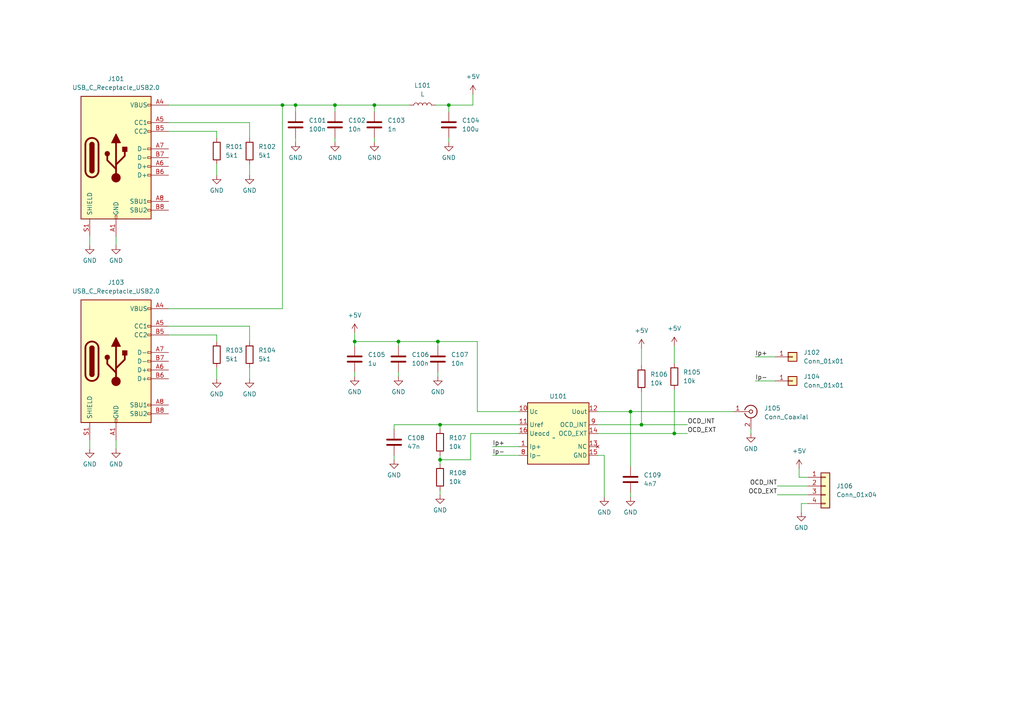
<source format=kicad_sch>
(kicad_sch (version 20230121) (generator eeschema)
  (paper "A4")
  (lib_symbols
    (symbol "Connector:Conn_Coaxial" (pin_names (offset 1.016) hide)
      (property "Reference" "J" (at 0.254 3.048 0))
      (property "Value" "Conn_Coaxial" (at 2.921 0 90))
      (symbol "Conn_Coaxial_0_1"
        (arc (start -1.778 -0.508) (mid 0.2311 -1.8066) (end 1.778 0) (stroke (width 0.254)))
        (polyline (pts (xy -2.54 0) (xy -0.508 0)))
        (polyline (pts (xy 0 -2.54) (xy 0 -1.778)))
        (circle (center 0 0) (radius 0.508) (stroke (width 0.2032)))
        (arc (start 1.778 0) (mid 0.2099 1.8101) (end -1.778 0.508) (stroke (width 0.254)))
      )
      (symbol "Conn_Coaxial_1_1"
        (pin passive line (at -5.08 0 0) (length 2.54) (name "In") (number "1"))
        (pin passive line (at 0 -5.08 90) (length 2.54) (name "Ext") (number "2"))
      )
    )
    (symbol "Connector:USB_C_Receptacle_USB2.0" (pin_names (offset 1.016))
      (property "Reference" "J" (at -10.16 19.05 0))
      (property "Value" "USB_C_Receptacle_USB2.0" (at 19.05 19.05 0))
      (symbol "USB_C_Receptacle_USB2.0_0_0"
        (rectangle (start -0.254 -17.78) (end 0.254 -16.764))
        (rectangle (start 10.16 -14.986) (end 9.144 -15.494))
        (rectangle (start 10.16 -12.446) (end 9.144 -12.954))
        (rectangle (start 10.16 -4.826) (end 9.144 -5.334))
        (rectangle (start 10.16 -2.286) (end 9.144 -2.794))
        (rectangle (start 10.16 0.254) (end 9.144 -0.254))
        (rectangle (start 10.16 2.794) (end 9.144 2.286))
        (rectangle (start 10.16 7.874) (end 9.144 7.366))
        (rectangle (start 10.16 10.414) (end 9.144 9.906))
        (rectangle (start 10.16 15.494) (end 9.144 14.986))
      )
      (symbol "USB_C_Receptacle_USB2.0_0_1"
        (rectangle (start -10.16 17.78) (end 10.16 -17.78) (stroke (width 0.254)) (fill (type background)))
        (arc (start -8.89 -3.81) (mid -6.985 -5.7067) (end -5.08 -3.81) (stroke (width 0.508)))
        (arc (start -7.62 -3.81) (mid -6.985 -4.4423) (end -6.35 -3.81) (stroke (width 0.254)))
        (arc (start -7.62 -3.81) (mid -6.985 -4.4423) (end -6.35 -3.81) (stroke (width 0.254)) (fill (type outline)))
        (rectangle (start -7.62 -3.81) (end -6.35 3.81) (stroke (width 0.254)) (fill (type outline)))
        (arc (start -6.35 3.81) (mid -6.985 4.4423) (end -7.62 3.81) (stroke (width 0.254)))
        (arc (start -6.35 3.81) (mid -6.985 4.4423) (end -7.62 3.81) (stroke (width 0.254)) (fill (type outline)))
        (arc (start -5.08 3.81) (mid -6.985 5.7067) (end -8.89 3.81) (stroke (width 0.508)))
        (circle (center -2.54 1.143) (radius 0.635) (stroke (width 0.254)) (fill (type outline)))
        (circle (center 0 -5.842) (radius 1.27) (fill (type outline)))
        (polyline (pts (xy -8.89 -3.81) (xy -8.89 3.81)) (stroke (width 0.508)))
        (polyline (pts (xy -5.08 3.81) (xy -5.08 -3.81)) (stroke (width 0.508)))
        (polyline (pts (xy 0 -5.842) (xy 0 4.318)) (stroke (width 0.508)))
        (polyline (pts (xy 0 -3.302) (xy -2.54 -0.762) (xy -2.54 0.508)) (stroke (width 0.508)))
        (polyline (pts (xy 0 -2.032) (xy 2.54 0.508) (xy 2.54 1.778)) (stroke (width 0.508)))
        (polyline (pts (xy -1.27 4.318) (xy 0 6.858) (xy 1.27 4.318) (xy -1.27 4.318)) (stroke (width 0.254)) (fill (type outline)))
        (rectangle (start 1.905 1.778) (end 3.175 3.048) (stroke (width 0.254)) (fill (type outline)))
      )
      (symbol "USB_C_Receptacle_USB2.0_1_1"
        (pin passive line (at 0 -22.86 90) (length 5.08) (name "GND") (number "A1"))
        (pin passive line (at 0 -22.86 90) (length 5.08) hide (name "GND") (number "A12"))
        (pin passive line (at 15.24 15.24 180) (length 5.08) (name "VBUS") (number "A4"))
        (pin bidirectional line (at 15.24 10.16 180) (length 5.08) (name "CC1") (number "A5"))
        (pin bidirectional line (at 15.24 -2.54 180) (length 5.08) (name "D+") (number "A6"))
        (pin bidirectional line (at 15.24 2.54 180) (length 5.08) (name "D-") (number "A7"))
        (pin bidirectional line (at 15.24 -12.7 180) (length 5.08) (name "SBU1") (number "A8"))
        (pin passive line (at 15.24 15.24 180) (length 5.08) hide (name "VBUS") (number "A9"))
        (pin passive line (at 0 -22.86 90) (length 5.08) hide (name "GND") (number "B1"))
        (pin passive line (at 0 -22.86 90) (length 5.08) hide (name "GND") (number "B12"))
        (pin passive line (at 15.24 15.24 180) (length 5.08) hide (name "VBUS") (number "B4"))
        (pin bidirectional line (at 15.24 7.62 180) (length 5.08) (name "CC2") (number "B5"))
        (pin bidirectional line (at 15.24 -5.08 180) (length 5.08) (name "D+") (number "B6"))
        (pin bidirectional line (at 15.24 0 180) (length 5.08) (name "D-") (number "B7"))
        (pin bidirectional line (at 15.24 -15.24 180) (length 5.08) (name "SBU2") (number "B8"))
        (pin passive line (at 15.24 15.24 180) (length 5.08) hide (name "VBUS") (number "B9"))
        (pin passive line (at -7.62 -22.86 90) (length 5.08) (name "SHIELD") (number "S1"))
      )
    )
    (symbol "Connector_Generic:Conn_01x01" (pin_names (offset 1.016) hide)
      (property "Reference" "J" (at 0 2.54 0))
      (property "Value" "Conn_01x01" (at 0 -2.54 0))
      (symbol "Conn_01x01_1_1"
        (rectangle (start -1.27 0.127) (end 0 -0.127) (stroke (width 0.1524)))
        (rectangle (start -1.27 1.27) (end 1.27 -1.27) (stroke (width 0.254)) (fill (type background)))
        (pin passive line (at -5.08 0 0) (length 3.81) (name "Pin_1") (number "1"))
      )
    )
    (symbol "Connector_Generic:Conn_01x04" (pin_names (offset 1.016) hide)
      (property "Reference" "J" (at 0 5.08 0))
      (property "Value" "Conn_01x04" (at 0 -7.62 0))
      (symbol "Conn_01x04_1_1"
        (rectangle (start -1.27 -4.953) (end 0 -5.207) (stroke (width 0.1524)))
        (rectangle (start -1.27 -2.413) (end 0 -2.667) (stroke (width 0.1524)))
        (rectangle (start -1.27 0.127) (end 0 -0.127) (stroke (width 0.1524)))
        (rectangle (start -1.27 2.667) (end 0 2.413) (stroke (width 0.1524)))
        (rectangle (start -1.27 3.81) (end 1.27 -6.35) (stroke (width 0.254)) (fill (type background)))
        (pin passive line (at -5.08 2.54 0) (length 3.81) (name "Pin_1") (number "1"))
        (pin passive line (at -5.08 0 0) (length 3.81) (name "Pin_2") (number "2"))
        (pin passive line (at -5.08 -2.54 0) (length 3.81) (name "Pin_3") (number "3"))
        (pin passive line (at -5.08 -5.08 0) (length 3.81) (name "Pin_4") (number "4"))
      )
    )
    (symbol "CurrentSens:LEM_HMSR"
      (property "Reference" "U" (at -7.62 10.16 0))
      (symbol "LEM_HMSR_0_1"
        (rectangle (start -8.89 8.89) (end 8.89 -8.89) (stroke (width 0.254)) (fill (type background)))
      )
      (symbol "LEM_HMSR_1_1"
        (pin power_in line (at -11.43 -3.81 0) (length 2.54) (name "Ip+") (number "1"))
        (pin output line (at -11.43 6.35 0) (length 2.54) (name "Uc") (number "10"))
        (pin output line (at -11.43 2.54 0) (length 2.54) (name "Uref") (number "11"))
        (pin output line (at 11.43 6.35 180) (length 2.54) (name "Uout") (number "12"))
        (pin no_connect line (at 11.43 -3.81 180) (length 2.54) (name "NC") (number "13"))
        (pin output line (at 11.43 0 180) (length 2.54) (name "OCD_EXT") (number "14"))
        (pin power_in line (at 11.43 -6.35 180) (length 2.54) (name "GND") (number "15"))
        (pin input line (at -11.43 0 0) (length 2.54) (name "Ueocd") (number "16"))
        (pin power_out line (at -11.43 -6.35 0) (length 2.54) (name "Ip-") (number "8"))
        (pin output line (at 11.43 2.54 180) (length 2.54) (name "OCD_INT") (number "9"))
      )
    )
    (symbol "Device:C" (pin_numbers hide) (pin_names (offset 0.254))
      (property "Reference" "C" (at 0.635 2.54 0))
      (property "Value" "C" (at 0.635 -2.54 0))
      (symbol "C_0_1"
        (polyline (pts (xy -2.032 -0.762) (xy 2.032 -0.762)) (stroke (width 0.508)))
        (polyline (pts (xy -2.032 0.762) (xy 2.032 0.762)) (stroke (width 0.508)))
      )
      (symbol "C_1_1"
        (pin passive line (at 0 3.81 270) (length 2.794) (name "~") (number "1"))
        (pin passive line (at 0 -3.81 90) (length 2.794) (name "~") (number "2"))
      )
    )
    (symbol "Device:L" (pin_numbers hide) (pin_names (offset 1.016) hide)
      (property "Reference" "L" (at -1.27 0 90))
      (property "Value" "L" (at 1.905 0 90))
      (symbol "L_0_1"
        (arc (start 0 -2.54) (mid 0.6323 -1.905) (end 0 -1.27))
        (arc (start 0 -1.27) (mid 0.6323 -0.635) (end 0 0))
        (arc (start 0 0) (mid 0.6323 0.635) (end 0 1.27))
        (arc (start 0 1.27) (mid 0.6323 1.905) (end 0 2.54))
      )
      (symbol "L_1_1"
        (pin passive line (at 0 3.81 270) (length 1.27) (name "1") (number "1"))
        (pin passive line (at 0 -3.81 90) (length 1.27) (name "2") (number "2"))
      )
    )
    (symbol "Device:R" (pin_numbers hide) (pin_names (offset 0))
      (property "Reference" "R" (at 2.032 0 90))
      (property "Value" "R" (at 0 0 90))
      (symbol "R_0_1"
        (rectangle (start -1.016 -2.54) (end 1.016 2.54) (stroke (width 0.254)))
      )
      (symbol "R_1_1"
        (pin passive line (at 0 3.81 270) (length 1.27) (name "~") (number "1"))
        (pin passive line (at 0 -3.81 90) (length 1.27) (name "~") (number "2"))
      )
    )
    (symbol "power:+5V" (power) (pin_names (offset 0))
      (property "Value" "+5V" (at 0 3.556 0))
      (symbol "+5V_0_1"
        (polyline (pts (xy -0.762 1.27) (xy 0 2.54)))
        (polyline (pts (xy 0 0) (xy 0 2.54)))
        (polyline (pts (xy 0 2.54) (xy 0.762 1.27)))
      )
      (symbol "+5V_1_1"
        (pin power_in line (at 0 0 90) (length 0) hide (name "+5V") (number "1"))
      )
    )
    (symbol "power:GND" (power) (pin_names (offset 0))
      (property "Value" "GND" (at 0 -3.81 0))
      (symbol "GND_0_1"
        (polyline (pts (xy 0 0) (xy 0 -1.27) (xy 1.27 -1.27) (xy 0 -2.54) (xy -1.27 -1.27) (xy 0 -1.27)))
      )
      (symbol "GND_1_1"
        (pin power_in line (at 0 0 270) (length 0) hide (name "GND") (number "1"))
      )
    )
  )
  (junction (at 182.88 119.38))
  (junction (at 115.57 99.06))
  (junction (at 195.58 125.73))
  (junction (at 102.87 99.06))
  (junction (at 127 99.06))
  (junction (at 81.915 30.48))
  (junction (at 130.175 30.48))
  (junction (at 108.585 30.48))
  (junction (at 186.055 123.19))
  (junction (at 127.635 133.35))
  (junction (at 127.635 123.19))
  (junction (at 97.155 30.48))
  (junction (at 85.725 30.48))
  (wire (pts (xy 48.895 30.48) (xy 81.915 30.48)))
  (wire (pts (xy 97.155 40.005) (xy 97.155 41.275)))
  (wire (pts (xy 48.895 94.615) (xy 72.39 94.615)))
  (wire (pts (xy 48.895 38.1) (xy 62.865 38.1)))
  (wire (pts (xy 33.655 68.58) (xy 33.655 71.12)))
  (wire (pts (xy 182.88 135.255) (xy 182.88 119.38)))
  (wire (pts (xy 97.155 30.48) (xy 108.585 30.48)))
  (wire (pts (xy 186.055 100.965) (xy 186.055 106.045)))
  (wire (pts (xy 126.365 30.48) (xy 130.175 30.48)))
  (wire (pts (xy 127.635 133.35) (xy 127.635 132.08)))
  (wire (pts (xy 102.87 99.06) (xy 115.57 99.06)))
  (wire (pts (xy 173.355 132.08) (xy 175.26 132.08)))
  (wire (pts (xy 108.585 40.005) (xy 108.585 41.275)))
  (wire (pts (xy 138.43 119.38) (xy 150.495 119.38)))
  (wire (pts (xy 130.175 30.48) (xy 130.175 32.385)))
  (wire (pts (xy 225.425 140.97) (xy 234.315 140.97)))
  (wire (pts (xy 108.585 30.48) (xy 118.745 30.48)))
  (wire (pts (xy 62.865 38.1) (xy 62.865 40.005)))
  (wire (pts (xy 137.16 27.305) (xy 137.16 30.48)))
  (wire (pts (xy 114.3 123.19) (xy 114.3 124.46)))
  (wire (pts (xy 234.315 138.43) (xy 231.775 138.43)))
  (wire (pts (xy 62.865 47.625) (xy 62.865 50.8)))
  (wire (pts (xy 142.875 132.08) (xy 150.495 132.08)))
  (wire (pts (xy 150.495 125.73) (xy 136.525 125.73)))
  (wire (pts (xy 115.57 99.06) (xy 127 99.06)))
  (wire (pts (xy 219.075 103.505) (xy 224.79 103.505)))
  (wire (pts (xy 85.725 30.48) (xy 85.725 32.385)))
  (wire (pts (xy 219.075 110.49) (xy 224.79 110.49)))
  (wire (pts (xy 102.87 96.52) (xy 102.87 99.06)))
  (wire (pts (xy 225.425 143.51) (xy 234.315 143.51)))
  (wire (pts (xy 182.88 142.875) (xy 182.88 144.145)))
  (wire (pts (xy 115.57 100.33) (xy 115.57 99.06)))
  (wire (pts (xy 114.3 132.08) (xy 114.3 133.35)))
  (wire (pts (xy 127.635 133.35) (xy 127.635 134.62)))
  (wire (pts (xy 102.87 107.95) (xy 102.87 109.22)))
  (wire (pts (xy 195.58 125.73) (xy 199.39 125.73)))
  (wire (pts (xy 127.635 123.19) (xy 127.635 124.46)))
  (wire (pts (xy 72.39 106.68) (xy 72.39 109.855)))
  (wire (pts (xy 72.39 47.625) (xy 72.39 50.8)))
  (wire (pts (xy 48.895 97.155) (xy 62.865 97.155)))
  (wire (pts (xy 186.055 123.19) (xy 199.39 123.19)))
  (wire (pts (xy 231.775 135.89) (xy 231.775 138.43)))
  (wire (pts (xy 130.175 40.005) (xy 130.175 41.275)))
  (wire (pts (xy 115.57 107.95) (xy 115.57 109.22)))
  (wire (pts (xy 33.655 127.635) (xy 33.655 130.175)))
  (wire (pts (xy 81.915 89.535) (xy 81.915 30.48)))
  (wire (pts (xy 127 107.95) (xy 127 109.22)))
  (wire (pts (xy 186.055 123.19) (xy 186.055 113.665)))
  (wire (pts (xy 175.26 132.08) (xy 175.26 144.145)))
  (wire (pts (xy 127.635 142.24) (xy 127.635 143.51)))
  (wire (pts (xy 62.865 97.155) (xy 62.865 99.06)))
  (wire (pts (xy 138.43 99.06) (xy 138.43 119.38)))
  (wire (pts (xy 234.315 146.05) (xy 232.41 146.05)))
  (wire (pts (xy 102.87 100.33) (xy 102.87 99.06)))
  (wire (pts (xy 26.035 68.58) (xy 26.035 71.12)))
  (wire (pts (xy 173.355 123.19) (xy 186.055 123.19)))
  (wire (pts (xy 127 99.06) (xy 127 100.33)))
  (wire (pts (xy 173.355 119.38) (xy 182.88 119.38)))
  (wire (pts (xy 173.355 125.73) (xy 195.58 125.73)))
  (wire (pts (xy 130.175 30.48) (xy 137.16 30.48)))
  (wire (pts (xy 182.88 119.38) (xy 212.725 119.38)))
  (wire (pts (xy 108.585 30.48) (xy 108.585 32.385)))
  (wire (pts (xy 142.875 129.54) (xy 150.495 129.54)))
  (wire (pts (xy 195.58 100.33) (xy 195.58 105.41)))
  (wire (pts (xy 136.525 133.35) (xy 127.635 133.35)))
  (wire (pts (xy 85.725 40.005) (xy 85.725 41.275)))
  (wire (pts (xy 127.635 123.19) (xy 114.3 123.19)))
  (wire (pts (xy 48.895 89.535) (xy 81.915 89.535)))
  (wire (pts (xy 62.865 106.68) (xy 62.865 109.855)))
  (wire (pts (xy 127 99.06) (xy 138.43 99.06)))
  (wire (pts (xy 217.805 124.46) (xy 217.805 125.73)))
  (wire (pts (xy 195.58 125.73) (xy 195.58 113.03)))
  (wire (pts (xy 48.895 35.56) (xy 72.39 35.56)))
  (wire (pts (xy 97.155 30.48) (xy 97.155 32.385)))
  (wire (pts (xy 26.035 127.635) (xy 26.035 130.175)))
  (wire (pts (xy 72.39 94.615) (xy 72.39 99.06)))
  (wire (pts (xy 81.915 30.48) (xy 85.725 30.48)))
  (wire (pts (xy 136.525 125.73) (xy 136.525 133.35)))
  (wire (pts (xy 150.495 123.19) (xy 127.635 123.19)))
  (wire (pts (xy 232.41 146.05) (xy 232.41 148.59)))
  (wire (pts (xy 85.725 30.48) (xy 97.155 30.48)))
  (wire (pts (xy 72.39 35.56) (xy 72.39 40.005)))
  (label "Ip+" (at 142.875 129.54 0))
  (label "OCD_EXT" (at 199.39 125.73 0))
  (label "OCD_INT" (at 225.425 140.97 180))
  (label "Ip+" (at 219.075 103.505 0))
  (label "OCD_INT" (at 199.39 123.19 0))
  (label "Ip-" (at 219.075 110.49 0))
  (label "Ip-" (at 142.875 132.08 0))
  (label "OCD_EXT" (at 225.425 143.51 180))
  (symbol (lib_id "power:+5V") (at 137.16 27.305 0) (unit 1)
    (property "Reference" "#PWR0101" (effects hide))
    (property "Value" "+5V" (at 137.16 22.225 0))
  )
  (symbol (lib_id "Device:C") (at 97.155 36.195 0) (unit 1)
    (property "Reference" "C102" (at 100.965 34.925 0) (effects (justify left)))
    (property "Value" "10n" (at 100.965 37.465 0) (effects (justify left)))
    (property "Footprint" "Capacitor_SMD:C_0805_2012Metric_Pad1.18x1.45mm_HandSolder" (effects hide))
  )
  (symbol (lib_id "power:+5V") (at 186.055 100.965 0) (unit 1)
    (property "Reference" "#PWR0112" (effects hide))
    (property "Value" "+5V" (at 186.055 95.885 0))
  )
  (symbol (lib_id "power:GND") (at 85.725 41.275 0) (unit 1)
    (property "Reference" "#PWR0102" (effects hide))
    (property "Value" "GND" (at 85.725 45.72 0))
  )
  (symbol (lib_id "Connector:Conn_Coaxial") (at 217.805 119.38 0) (unit 1)
    (property "Reference" "J105" (at 221.615 118.4032 0) (effects (justify left)))
    (property "Value" "Conn_Coaxial" (at 221.615 120.9432 0) (effects (justify left)))
    (property "Footprint" "Connector_Coaxial:BNC_Amphenol_B6252HB-NPP3G-50_Horizontal" (effects hide))
    (property "Datasheet" " ~" (effects hide))
  )
  (symbol (lib_id "Device:C") (at 127 104.14 0) (unit 1)
    (property "Reference" "C107" (at 130.81 102.87 0) (effects (justify left)))
    (property "Value" "10n" (at 130.81 105.41 0) (effects (justify left)))
    (property "Footprint" "Capacitor_SMD:C_0805_2012Metric_Pad1.18x1.45mm_HandSolder" (effects hide))
  )
  (symbol (lib_id "Device:C") (at 85.725 36.195 0) (unit 1)
    (property "Reference" "C101" (at 89.535 34.925 0) (effects (justify left)))
    (property "Value" "100n" (at 89.535 37.465 0) (effects (justify left)))
    (property "Footprint" "Capacitor_SMD:C_0805_2012Metric_Pad1.18x1.45mm_HandSolder" (effects hide))
  )
  (symbol (lib_id "power:GND") (at 72.39 109.855 0) (unit 1)
    (property "Reference" "#PWR0117" (effects hide))
    (property "Value" "GND" (at 72.39 114.3 0))
  )
  (symbol (lib_id "Device:C") (at 102.87 104.14 0) (unit 1)
    (property "Reference" "C105" (at 106.68 102.87 0) (effects (justify left)))
    (property "Value" "1u" (at 106.68 105.41 0) (effects (justify left)))
    (property "Footprint" "Capacitor_SMD:C_0805_2012Metric_Pad1.18x1.45mm_HandSolder" (effects hide))
  )
  (symbol (lib_id "power:GND") (at 115.57 109.22 0) (unit 1)
    (property "Reference" "#PWR0114" (effects hide))
    (property "Value" "GND" (at 115.57 113.665 0))
  )
  (symbol (lib_id "Connector_Generic:Conn_01x01") (at 229.87 103.505 0) (unit 1)
    (property "Reference" "J102" (at 233.045 102.235 0) (effects (justify left)))
    (property "Value" "Conn_01x01" (at 233.045 104.775 0) (effects (justify left)))
    (property "Footprint" "CurrentSens:PB4" (effects hide))
  )
  (symbol (lib_id "Connector:USB_C_Receptacle_USB2.0") (at 33.655 104.775 0) (unit 1)
    (property "Reference" "J103" (at 33.655 81.915 0))
    (property "Value" "USB_C_Receptacle_USB2.0" (at 33.655 84.455 0))
    (property "Footprint" "Connector_USB:USB_C_Receptacle_HRO_TYPE-C-31-M-12" (effects hide))
    (property "Datasheet" "https://www.usb.org/sites/default/files/documents/usb_type-c.zip" (effects hide))
  )
  (symbol (lib_id "power:GND") (at 26.035 130.175 0) (unit 1)
    (property "Reference" "#PWR0119" (effects hide))
    (property "Value" "GND" (at 26.035 134.62 0))
  )
  (symbol (lib_id "power:GND") (at 62.865 109.855 0) (unit 1)
    (property "Reference" "#PWR0116" (effects hide))
    (property "Value" "GND" (at 62.865 114.3 0))
  )
  (symbol (lib_id "Device:R") (at 127.635 128.27 0) (unit 1)
    (property "Reference" "R107" (at 130.175 127 0) (effects (justify left)))
    (property "Value" "10k" (at 130.175 129.54 0) (effects (justify left)))
    (property "Footprint" "Resistor_SMD:R_0805_2012Metric_Pad1.20x1.40mm_HandSolder" (effects hide))
  )
  (symbol (lib_id "power:GND") (at 33.655 71.12 0) (unit 1)
    (property "Reference" "#PWR0109" (effects hide))
    (property "Value" "GND" (at 33.655 75.565 0))
  )
  (symbol (lib_id "Device:R") (at 127.635 138.43 0) (unit 1)
    (property "Reference" "R108" (at 130.175 137.16 0) (effects (justify left)))
    (property "Value" "10k" (at 130.175 139.7 0) (effects (justify left)))
    (property "Footprint" "Resistor_SMD:R_0805_2012Metric_Pad1.20x1.40mm_HandSolder" (effects hide))
  )
  (symbol (lib_id "power:+5V") (at 102.87 96.52 0) (unit 1)
    (property "Reference" "#PWR0110" (effects hide))
    (property "Value" "+5V" (at 102.87 91.44 0))
  )
  (symbol (lib_id "Device:C") (at 182.88 139.065 0) (unit 1)
    (property "Reference" "C109" (at 186.69 137.795 0) (effects (justify left)))
    (property "Value" "4n7" (at 186.69 140.335 0) (effects (justify left)))
    (property "Footprint" "Capacitor_SMD:C_0805_2012Metric_Pad1.18x1.45mm_HandSolder" (effects hide))
  )
  (symbol (lib_id "Device:R") (at 186.055 109.855 0) (unit 1)
    (property "Reference" "R106" (at 188.595 108.585 0) (effects (justify left)))
    (property "Value" "10k" (at 188.595 111.125 0) (effects (justify left)))
    (property "Footprint" "Resistor_SMD:R_0805_2012Metric_Pad1.20x1.40mm_HandSolder" (effects hide))
  )
  (symbol (lib_id "power:GND") (at 130.175 41.275 0) (unit 1)
    (property "Reference" "#PWR0105" (effects hide))
    (property "Value" "GND" (at 130.175 45.72 0))
  )
  (symbol (lib_id "Device:R") (at 62.865 102.87 0) (unit 1)
    (property "Reference" "R103" (at 65.405 101.6 0) (effects (justify left)))
    (property "Value" "5k1" (at 65.405 104.14 0) (effects (justify left)))
    (property "Footprint" "Resistor_SMD:R_0805_2012Metric_Pad1.20x1.40mm_HandSolder" (effects hide))
  )
  (symbol (lib_id "CurrentSens:LEM_HMSR") (at 161.925 125.73 0) (unit 1)
    (property "Reference" "U101" (at 161.925 114.935 0))
    (property "Value" "~" (at 160.655 127 0))
    (property "Footprint" "CurrentSens:LEM_HMSR" (effects hide))
  )
  (symbol (lib_id "Connector_Generic:Conn_01x04") (at 239.395 140.97 0) (unit 1)
    (property "Reference" "J106" (at 242.57 140.97 0) (effects (justify left)))
    (property "Value" "Conn_01x04" (at 242.57 143.51 0) (effects (justify left)))
    (property "Footprint" "Connector_PinHeader_2.54mm:PinHeader_1x04_P2.54mm_Vertical" (effects hide))
  )
  (symbol (lib_id "power:GND") (at 114.3 133.35 0) (unit 1)
    (property "Reference" "#PWR0121" (effects hide))
    (property "Value" "GND" (at 114.3 137.795 0))
  )
  (symbol (lib_id "Device:C") (at 115.57 104.14 0) (unit 1)
    (property "Reference" "C106" (at 119.38 102.87 0) (effects (justify left)))
    (property "Value" "100n" (at 119.38 105.41 0) (effects (justify left)))
    (property "Footprint" "Capacitor_SMD:C_0805_2012Metric_Pad1.18x1.45mm_HandSolder" (effects hide))
  )
  (symbol (lib_id "Connector_Generic:Conn_01x01") (at 229.87 110.49 0) (unit 1)
    (property "Reference" "J104" (at 233.045 109.22 0) (effects (justify left)))
    (property "Value" "Conn_01x01" (at 233.045 111.76 0) (effects (justify left)))
    (property "Footprint" "CurrentSens:PB4" (effects hide))
  )
  (symbol (lib_id "power:GND") (at 97.155 41.275 0) (unit 1)
    (property "Reference" "#PWR0103" (effects hide))
    (property "Value" "GND" (at 97.155 45.72 0))
  )
  (symbol (lib_id "Device:C") (at 108.585 36.195 0) (unit 1)
    (property "Reference" "C103" (at 112.395 34.925 0) (effects (justify left)))
    (property "Value" "1n" (at 112.395 37.465 0) (effects (justify left)))
    (property "Footprint" "Capacitor_SMD:C_0805_2012Metric_Pad1.18x1.45mm_HandSolder" (effects hide))
  )
  (symbol (lib_id "Device:C") (at 114.3 128.27 0) (unit 1)
    (property "Reference" "C108" (at 118.11 127 0) (effects (justify left)))
    (property "Value" "47n" (at 118.11 129.54 0) (effects (justify left)))
    (property "Footprint" "Capacitor_SMD:C_0805_2012Metric_Pad1.18x1.45mm_HandSolder" (effects hide))
  )
  (symbol (lib_id "power:+5V") (at 195.58 100.33 0) (unit 1)
    (property "Reference" "#PWR0111" (effects hide))
    (property "Value" "+5V" (at 195.58 95.25 0))
  )
  (symbol (lib_id "power:GND") (at 62.865 50.8 0) (unit 1)
    (property "Reference" "#PWR0106" (effects hide))
    (property "Value" "GND" (at 62.865 55.245 0))
  )
  (symbol (lib_id "Device:L") (at 122.555 30.48 90) (unit 1)
    (property "Reference" "L101" (at 122.555 24.765 90))
    (property "Value" "L" (at 122.555 27.305 90))
    (property "Footprint" "CurrentSens:SDR0604330KL" (effects hide))
  )
  (symbol (lib_id "power:+5V") (at 231.775 135.89 0) (unit 1)
    (property "Reference" "#PWR0122" (effects hide))
    (property "Value" "+5V" (at 231.775 130.81 0))
  )
  (symbol (lib_id "power:GND") (at 175.26 144.145 0) (unit 1)
    (property "Reference" "#PWR0124" (effects hide))
    (property "Value" "GND" (at 175.26 148.59 0))
  )
  (symbol (lib_id "power:GND") (at 26.035 71.12 0) (unit 1)
    (property "Reference" "#PWR0108" (effects hide))
    (property "Value" "GND" (at 26.035 75.565 0))
  )
  (symbol (lib_id "power:GND") (at 127.635 143.51 0) (unit 1)
    (property "Reference" "#PWR0123" (effects hide))
    (property "Value" "GND" (at 127.635 147.955 0))
  )
  (symbol (lib_id "power:GND") (at 217.805 125.73 0) (unit 1)
    (property "Reference" "#PWR0118" (effects hide))
    (property "Value" "GND" (at 217.805 130.175 0))
  )
  (symbol (lib_id "Device:R") (at 195.58 109.22 0) (unit 1)
    (property "Reference" "R105" (at 198.12 107.95 0) (effects (justify left)))
    (property "Value" "10k" (at 198.12 110.49 0) (effects (justify left)))
    (property "Footprint" "Resistor_SMD:R_0805_2012Metric_Pad1.20x1.40mm_HandSolder" (effects hide))
  )
  (symbol (lib_id "power:GND") (at 72.39 50.8 0) (unit 1)
    (property "Reference" "#PWR0107" (effects hide))
    (property "Value" "GND" (at 72.39 55.245 0))
  )
  (symbol (lib_id "Device:R") (at 72.39 43.815 0) (unit 1)
    (property "Reference" "R102" (at 74.93 42.545 0) (effects (justify left)))
    (property "Value" "5k1" (at 74.93 45.085 0) (effects (justify left)))
    (property "Footprint" "Resistor_SMD:R_0805_2012Metric_Pad1.20x1.40mm_HandSolder" (effects hide))
  )
  (symbol (lib_id "power:GND") (at 232.41 148.59 0) (unit 1)
    (property "Reference" "#PWR0126" (effects hide))
    (property "Value" "GND" (at 232.41 153.035 0))
  )
  (symbol (lib_id "Device:R") (at 72.39 102.87 0) (unit 1)
    (property "Reference" "R104" (at 74.93 101.6 0) (effects (justify left)))
    (property "Value" "5k1" (at 74.93 104.14 0) (effects (justify left)))
    (property "Footprint" "Resistor_SMD:R_0805_2012Metric_Pad1.20x1.40mm_HandSolder" (effects hide))
  )
  (symbol (lib_id "power:GND") (at 182.88 144.145 0) (unit 1)
    (property "Reference" "#PWR0125" (effects hide))
    (property "Value" "GND" (at 182.88 148.59 0))
  )
  (symbol (lib_id "Device:R") (at 62.865 43.815 0) (unit 1)
    (property "Reference" "R101" (at 65.405 42.545 0) (effects (justify left)))
    (property "Value" "5k1" (at 65.405 45.085 0) (effects (justify left)))
    (property "Footprint" "Resistor_SMD:R_0805_2012Metric_Pad1.20x1.40mm_HandSolder" (effects hide))
  )
  (symbol (lib_id "power:GND") (at 127 109.22 0) (unit 1)
    (property "Reference" "#PWR0115" (effects hide))
    (property "Value" "GND" (at 127 113.665 0))
  )
  (symbol (lib_id "power:GND") (at 108.585 41.275 0) (unit 1)
    (property "Reference" "#PWR0104" (effects hide))
    (property "Value" "GND" (at 108.585 45.72 0))
  )
  (symbol (lib_id "Connector:USB_C_Receptacle_USB2.0") (at 33.655 45.72 0) (unit 1)
    (property "Reference" "J101" (at 33.655 22.86 0))
    (property "Value" "USB_C_Receptacle_USB2.0" (at 33.655 25.4 0))
    (property "Footprint" "Connector_USB:USB_C_Receptacle_HRO_TYPE-C-31-M-12" (effects hide))
    (property "Datasheet" "https://www.usb.org/sites/default/files/documents/usb_type-c.zip" (effects hide))
  )
  (symbol (lib_id "power:GND") (at 102.87 109.22 0) (unit 1)
    (property "Reference" "#PWR0113" (effects hide))
    (property "Value" "GND" (at 102.87 113.665 0))
  )
  (symbol (lib_id "Device:C") (at 130.175 36.195 0) (unit 1)
    (property "Reference" "C104" (at 133.985 34.925 0) (effects (justify left)))
    (property "Value" "100u" (at 133.985 37.465 0) (effects (justify left)))
    (property "Footprint" "Capacitor_SMD:C_Elec_6.3x7.7" (effects hide))
  )
  (symbol (lib_id "power:GND") (at 33.655 130.175 0) (unit 1)
    (property "Reference" "#PWR0120" (effects hide))
    (property "Value" "GND" (at 33.655 134.62 0))
  )
)
</source>
